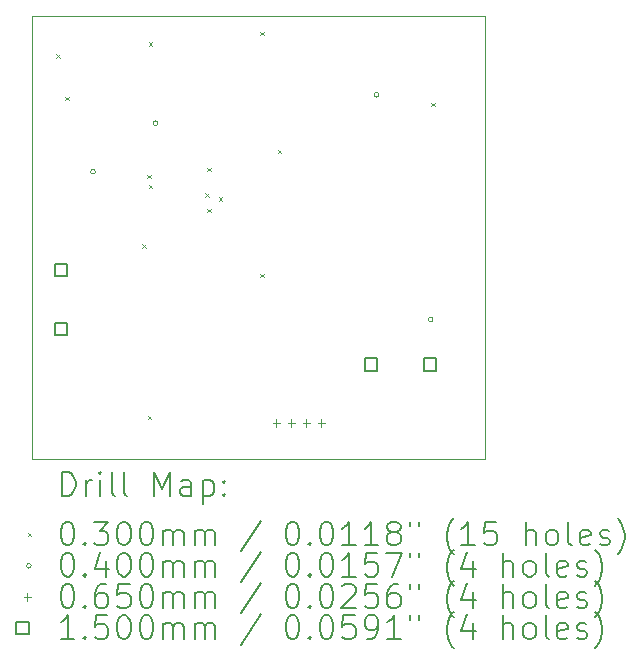
<source format=gbr>
%TF.GenerationSoftware,KiCad,Pcbnew,9.0.0*%
%TF.CreationDate,2025-03-07T10:17:41+01:00*%
%TF.ProjectId,converter1A,636f6e76-6572-4746-9572-31412e6b6963,rev?*%
%TF.SameCoordinates,Original*%
%TF.FileFunction,Drillmap*%
%TF.FilePolarity,Positive*%
%FSLAX45Y45*%
G04 Gerber Fmt 4.5, Leading zero omitted, Abs format (unit mm)*
G04 Created by KiCad (PCBNEW 9.0.0) date 2025-03-07 10:17:41*
%MOMM*%
%LPD*%
G01*
G04 APERTURE LIST*
%ADD10C,0.050000*%
%ADD11C,0.200000*%
%ADD12C,0.100000*%
%ADD13C,0.150000*%
G04 APERTURE END LIST*
D10*
X16400000Y-7400000D02*
X20235000Y-7400000D01*
X20235000Y-11150000D01*
X16400000Y-11150000D01*
X16400000Y-7400000D01*
D11*
D12*
X16611000Y-7727000D02*
X16641000Y-7757000D01*
X16641000Y-7727000D02*
X16611000Y-7757000D01*
X16685000Y-8085000D02*
X16715000Y-8115000D01*
X16715000Y-8085000D02*
X16685000Y-8115000D01*
X17335000Y-9335000D02*
X17365000Y-9365000D01*
X17365000Y-9335000D02*
X17335000Y-9365000D01*
X17379157Y-8745000D02*
X17409157Y-8775000D01*
X17409157Y-8745000D02*
X17379157Y-8775000D01*
X17385000Y-10785000D02*
X17415000Y-10815000D01*
X17415000Y-10785000D02*
X17385000Y-10815000D01*
X17391569Y-8828431D02*
X17421569Y-8858431D01*
X17421569Y-8828431D02*
X17391569Y-8858431D01*
X17393000Y-7622000D02*
X17423000Y-7652000D01*
X17423000Y-7622000D02*
X17393000Y-7652000D01*
X17871758Y-8900000D02*
X17901758Y-8930000D01*
X17901758Y-8900000D02*
X17871758Y-8930000D01*
X17885000Y-8685000D02*
X17915000Y-8715000D01*
X17915000Y-8685000D02*
X17885000Y-8715000D01*
X17885000Y-9035000D02*
X17915000Y-9065000D01*
X17915000Y-9035000D02*
X17885000Y-9065000D01*
X17985000Y-8935000D02*
X18015000Y-8965000D01*
X18015000Y-8935000D02*
X17985000Y-8965000D01*
X18335000Y-7535000D02*
X18365000Y-7565000D01*
X18365000Y-7535000D02*
X18335000Y-7565000D01*
X18335000Y-9585000D02*
X18365000Y-9615000D01*
X18365000Y-9585000D02*
X18335000Y-9615000D01*
X18485000Y-8535000D02*
X18515000Y-8565000D01*
X18515000Y-8535000D02*
X18485000Y-8565000D01*
X19785000Y-8135000D02*
X19815000Y-8165000D01*
X19815000Y-8135000D02*
X19785000Y-8165000D01*
X16940000Y-8720000D02*
G75*
G02*
X16900000Y-8720000I-20000J0D01*
G01*
X16900000Y-8720000D02*
G75*
G02*
X16940000Y-8720000I20000J0D01*
G01*
X17470000Y-8310000D02*
G75*
G02*
X17430000Y-8310000I-20000J0D01*
G01*
X17430000Y-8310000D02*
G75*
G02*
X17470000Y-8310000I20000J0D01*
G01*
X19340000Y-8070000D02*
G75*
G02*
X19300000Y-8070000I-20000J0D01*
G01*
X19300000Y-8070000D02*
G75*
G02*
X19340000Y-8070000I20000J0D01*
G01*
X19798500Y-9971500D02*
G75*
G02*
X19758500Y-9971500I-20000J0D01*
G01*
X19758500Y-9971500D02*
G75*
G02*
X19798500Y-9971500I20000J0D01*
G01*
X18473000Y-10817500D02*
X18473000Y-10882500D01*
X18440500Y-10850000D02*
X18505500Y-10850000D01*
X18600000Y-10817500D02*
X18600000Y-10882500D01*
X18567500Y-10850000D02*
X18632500Y-10850000D01*
X18727000Y-10817500D02*
X18727000Y-10882500D01*
X18694500Y-10850000D02*
X18759500Y-10850000D01*
X18854000Y-10817500D02*
X18854000Y-10882500D01*
X18821500Y-10850000D02*
X18886500Y-10850000D01*
D13*
X16703033Y-9605534D02*
X16703033Y-9499467D01*
X16596966Y-9499467D01*
X16596966Y-9605534D01*
X16703033Y-9605534D01*
X16703033Y-10105534D02*
X16703033Y-9999467D01*
X16596966Y-9999467D01*
X16596966Y-10105534D01*
X16703033Y-10105534D01*
X19327034Y-10407034D02*
X19327034Y-10300967D01*
X19220967Y-10300967D01*
X19220967Y-10407034D01*
X19327034Y-10407034D01*
X19827034Y-10407034D02*
X19827034Y-10300967D01*
X19720967Y-10300967D01*
X19720967Y-10407034D01*
X19827034Y-10407034D01*
D11*
X16658277Y-11463984D02*
X16658277Y-11263984D01*
X16658277Y-11263984D02*
X16705896Y-11263984D01*
X16705896Y-11263984D02*
X16734467Y-11273508D01*
X16734467Y-11273508D02*
X16753515Y-11292555D01*
X16753515Y-11292555D02*
X16763039Y-11311603D01*
X16763039Y-11311603D02*
X16772562Y-11349698D01*
X16772562Y-11349698D02*
X16772562Y-11378269D01*
X16772562Y-11378269D02*
X16763039Y-11416365D01*
X16763039Y-11416365D02*
X16753515Y-11435412D01*
X16753515Y-11435412D02*
X16734467Y-11454460D01*
X16734467Y-11454460D02*
X16705896Y-11463984D01*
X16705896Y-11463984D02*
X16658277Y-11463984D01*
X16858277Y-11463984D02*
X16858277Y-11330650D01*
X16858277Y-11368746D02*
X16867801Y-11349698D01*
X16867801Y-11349698D02*
X16877324Y-11340174D01*
X16877324Y-11340174D02*
X16896372Y-11330650D01*
X16896372Y-11330650D02*
X16915420Y-11330650D01*
X16982086Y-11463984D02*
X16982086Y-11330650D01*
X16982086Y-11263984D02*
X16972563Y-11273508D01*
X16972563Y-11273508D02*
X16982086Y-11283031D01*
X16982086Y-11283031D02*
X16991610Y-11273508D01*
X16991610Y-11273508D02*
X16982086Y-11263984D01*
X16982086Y-11263984D02*
X16982086Y-11283031D01*
X17105896Y-11463984D02*
X17086848Y-11454460D01*
X17086848Y-11454460D02*
X17077324Y-11435412D01*
X17077324Y-11435412D02*
X17077324Y-11263984D01*
X17210658Y-11463984D02*
X17191610Y-11454460D01*
X17191610Y-11454460D02*
X17182086Y-11435412D01*
X17182086Y-11435412D02*
X17182086Y-11263984D01*
X17439229Y-11463984D02*
X17439229Y-11263984D01*
X17439229Y-11263984D02*
X17505896Y-11406841D01*
X17505896Y-11406841D02*
X17572563Y-11263984D01*
X17572563Y-11263984D02*
X17572563Y-11463984D01*
X17753515Y-11463984D02*
X17753515Y-11359222D01*
X17753515Y-11359222D02*
X17743991Y-11340174D01*
X17743991Y-11340174D02*
X17724944Y-11330650D01*
X17724944Y-11330650D02*
X17686848Y-11330650D01*
X17686848Y-11330650D02*
X17667801Y-11340174D01*
X17753515Y-11454460D02*
X17734467Y-11463984D01*
X17734467Y-11463984D02*
X17686848Y-11463984D01*
X17686848Y-11463984D02*
X17667801Y-11454460D01*
X17667801Y-11454460D02*
X17658277Y-11435412D01*
X17658277Y-11435412D02*
X17658277Y-11416365D01*
X17658277Y-11416365D02*
X17667801Y-11397317D01*
X17667801Y-11397317D02*
X17686848Y-11387793D01*
X17686848Y-11387793D02*
X17734467Y-11387793D01*
X17734467Y-11387793D02*
X17753515Y-11378269D01*
X17848753Y-11330650D02*
X17848753Y-11530650D01*
X17848753Y-11340174D02*
X17867801Y-11330650D01*
X17867801Y-11330650D02*
X17905896Y-11330650D01*
X17905896Y-11330650D02*
X17924944Y-11340174D01*
X17924944Y-11340174D02*
X17934467Y-11349698D01*
X17934467Y-11349698D02*
X17943991Y-11368746D01*
X17943991Y-11368746D02*
X17943991Y-11425888D01*
X17943991Y-11425888D02*
X17934467Y-11444936D01*
X17934467Y-11444936D02*
X17924944Y-11454460D01*
X17924944Y-11454460D02*
X17905896Y-11463984D01*
X17905896Y-11463984D02*
X17867801Y-11463984D01*
X17867801Y-11463984D02*
X17848753Y-11454460D01*
X18029705Y-11444936D02*
X18039229Y-11454460D01*
X18039229Y-11454460D02*
X18029705Y-11463984D01*
X18029705Y-11463984D02*
X18020182Y-11454460D01*
X18020182Y-11454460D02*
X18029705Y-11444936D01*
X18029705Y-11444936D02*
X18029705Y-11463984D01*
X18029705Y-11340174D02*
X18039229Y-11349698D01*
X18039229Y-11349698D02*
X18029705Y-11359222D01*
X18029705Y-11359222D02*
X18020182Y-11349698D01*
X18020182Y-11349698D02*
X18029705Y-11340174D01*
X18029705Y-11340174D02*
X18029705Y-11359222D01*
D12*
X16367500Y-11777500D02*
X16397500Y-11807500D01*
X16397500Y-11777500D02*
X16367500Y-11807500D01*
D11*
X16696372Y-11683984D02*
X16715420Y-11683984D01*
X16715420Y-11683984D02*
X16734467Y-11693508D01*
X16734467Y-11693508D02*
X16743991Y-11703031D01*
X16743991Y-11703031D02*
X16753515Y-11722079D01*
X16753515Y-11722079D02*
X16763039Y-11760174D01*
X16763039Y-11760174D02*
X16763039Y-11807793D01*
X16763039Y-11807793D02*
X16753515Y-11845888D01*
X16753515Y-11845888D02*
X16743991Y-11864936D01*
X16743991Y-11864936D02*
X16734467Y-11874460D01*
X16734467Y-11874460D02*
X16715420Y-11883984D01*
X16715420Y-11883984D02*
X16696372Y-11883984D01*
X16696372Y-11883984D02*
X16677324Y-11874460D01*
X16677324Y-11874460D02*
X16667801Y-11864936D01*
X16667801Y-11864936D02*
X16658277Y-11845888D01*
X16658277Y-11845888D02*
X16648753Y-11807793D01*
X16648753Y-11807793D02*
X16648753Y-11760174D01*
X16648753Y-11760174D02*
X16658277Y-11722079D01*
X16658277Y-11722079D02*
X16667801Y-11703031D01*
X16667801Y-11703031D02*
X16677324Y-11693508D01*
X16677324Y-11693508D02*
X16696372Y-11683984D01*
X16848753Y-11864936D02*
X16858277Y-11874460D01*
X16858277Y-11874460D02*
X16848753Y-11883984D01*
X16848753Y-11883984D02*
X16839229Y-11874460D01*
X16839229Y-11874460D02*
X16848753Y-11864936D01*
X16848753Y-11864936D02*
X16848753Y-11883984D01*
X16924944Y-11683984D02*
X17048753Y-11683984D01*
X17048753Y-11683984D02*
X16982086Y-11760174D01*
X16982086Y-11760174D02*
X17010658Y-11760174D01*
X17010658Y-11760174D02*
X17029705Y-11769698D01*
X17029705Y-11769698D02*
X17039229Y-11779222D01*
X17039229Y-11779222D02*
X17048753Y-11798269D01*
X17048753Y-11798269D02*
X17048753Y-11845888D01*
X17048753Y-11845888D02*
X17039229Y-11864936D01*
X17039229Y-11864936D02*
X17029705Y-11874460D01*
X17029705Y-11874460D02*
X17010658Y-11883984D01*
X17010658Y-11883984D02*
X16953515Y-11883984D01*
X16953515Y-11883984D02*
X16934467Y-11874460D01*
X16934467Y-11874460D02*
X16924944Y-11864936D01*
X17172563Y-11683984D02*
X17191610Y-11683984D01*
X17191610Y-11683984D02*
X17210658Y-11693508D01*
X17210658Y-11693508D02*
X17220182Y-11703031D01*
X17220182Y-11703031D02*
X17229705Y-11722079D01*
X17229705Y-11722079D02*
X17239229Y-11760174D01*
X17239229Y-11760174D02*
X17239229Y-11807793D01*
X17239229Y-11807793D02*
X17229705Y-11845888D01*
X17229705Y-11845888D02*
X17220182Y-11864936D01*
X17220182Y-11864936D02*
X17210658Y-11874460D01*
X17210658Y-11874460D02*
X17191610Y-11883984D01*
X17191610Y-11883984D02*
X17172563Y-11883984D01*
X17172563Y-11883984D02*
X17153515Y-11874460D01*
X17153515Y-11874460D02*
X17143991Y-11864936D01*
X17143991Y-11864936D02*
X17134467Y-11845888D01*
X17134467Y-11845888D02*
X17124944Y-11807793D01*
X17124944Y-11807793D02*
X17124944Y-11760174D01*
X17124944Y-11760174D02*
X17134467Y-11722079D01*
X17134467Y-11722079D02*
X17143991Y-11703031D01*
X17143991Y-11703031D02*
X17153515Y-11693508D01*
X17153515Y-11693508D02*
X17172563Y-11683984D01*
X17363039Y-11683984D02*
X17382086Y-11683984D01*
X17382086Y-11683984D02*
X17401134Y-11693508D01*
X17401134Y-11693508D02*
X17410658Y-11703031D01*
X17410658Y-11703031D02*
X17420182Y-11722079D01*
X17420182Y-11722079D02*
X17429705Y-11760174D01*
X17429705Y-11760174D02*
X17429705Y-11807793D01*
X17429705Y-11807793D02*
X17420182Y-11845888D01*
X17420182Y-11845888D02*
X17410658Y-11864936D01*
X17410658Y-11864936D02*
X17401134Y-11874460D01*
X17401134Y-11874460D02*
X17382086Y-11883984D01*
X17382086Y-11883984D02*
X17363039Y-11883984D01*
X17363039Y-11883984D02*
X17343991Y-11874460D01*
X17343991Y-11874460D02*
X17334467Y-11864936D01*
X17334467Y-11864936D02*
X17324944Y-11845888D01*
X17324944Y-11845888D02*
X17315420Y-11807793D01*
X17315420Y-11807793D02*
X17315420Y-11760174D01*
X17315420Y-11760174D02*
X17324944Y-11722079D01*
X17324944Y-11722079D02*
X17334467Y-11703031D01*
X17334467Y-11703031D02*
X17343991Y-11693508D01*
X17343991Y-11693508D02*
X17363039Y-11683984D01*
X17515420Y-11883984D02*
X17515420Y-11750650D01*
X17515420Y-11769698D02*
X17524944Y-11760174D01*
X17524944Y-11760174D02*
X17543991Y-11750650D01*
X17543991Y-11750650D02*
X17572563Y-11750650D01*
X17572563Y-11750650D02*
X17591610Y-11760174D01*
X17591610Y-11760174D02*
X17601134Y-11779222D01*
X17601134Y-11779222D02*
X17601134Y-11883984D01*
X17601134Y-11779222D02*
X17610658Y-11760174D01*
X17610658Y-11760174D02*
X17629705Y-11750650D01*
X17629705Y-11750650D02*
X17658277Y-11750650D01*
X17658277Y-11750650D02*
X17677325Y-11760174D01*
X17677325Y-11760174D02*
X17686848Y-11779222D01*
X17686848Y-11779222D02*
X17686848Y-11883984D01*
X17782086Y-11883984D02*
X17782086Y-11750650D01*
X17782086Y-11769698D02*
X17791610Y-11760174D01*
X17791610Y-11760174D02*
X17810658Y-11750650D01*
X17810658Y-11750650D02*
X17839229Y-11750650D01*
X17839229Y-11750650D02*
X17858277Y-11760174D01*
X17858277Y-11760174D02*
X17867801Y-11779222D01*
X17867801Y-11779222D02*
X17867801Y-11883984D01*
X17867801Y-11779222D02*
X17877325Y-11760174D01*
X17877325Y-11760174D02*
X17896372Y-11750650D01*
X17896372Y-11750650D02*
X17924944Y-11750650D01*
X17924944Y-11750650D02*
X17943991Y-11760174D01*
X17943991Y-11760174D02*
X17953515Y-11779222D01*
X17953515Y-11779222D02*
X17953515Y-11883984D01*
X18343991Y-11674460D02*
X18172563Y-11931603D01*
X18601134Y-11683984D02*
X18620182Y-11683984D01*
X18620182Y-11683984D02*
X18639229Y-11693508D01*
X18639229Y-11693508D02*
X18648753Y-11703031D01*
X18648753Y-11703031D02*
X18658277Y-11722079D01*
X18658277Y-11722079D02*
X18667801Y-11760174D01*
X18667801Y-11760174D02*
X18667801Y-11807793D01*
X18667801Y-11807793D02*
X18658277Y-11845888D01*
X18658277Y-11845888D02*
X18648753Y-11864936D01*
X18648753Y-11864936D02*
X18639229Y-11874460D01*
X18639229Y-11874460D02*
X18620182Y-11883984D01*
X18620182Y-11883984D02*
X18601134Y-11883984D01*
X18601134Y-11883984D02*
X18582087Y-11874460D01*
X18582087Y-11874460D02*
X18572563Y-11864936D01*
X18572563Y-11864936D02*
X18563039Y-11845888D01*
X18563039Y-11845888D02*
X18553515Y-11807793D01*
X18553515Y-11807793D02*
X18553515Y-11760174D01*
X18553515Y-11760174D02*
X18563039Y-11722079D01*
X18563039Y-11722079D02*
X18572563Y-11703031D01*
X18572563Y-11703031D02*
X18582087Y-11693508D01*
X18582087Y-11693508D02*
X18601134Y-11683984D01*
X18753515Y-11864936D02*
X18763039Y-11874460D01*
X18763039Y-11874460D02*
X18753515Y-11883984D01*
X18753515Y-11883984D02*
X18743991Y-11874460D01*
X18743991Y-11874460D02*
X18753515Y-11864936D01*
X18753515Y-11864936D02*
X18753515Y-11883984D01*
X18886848Y-11683984D02*
X18905896Y-11683984D01*
X18905896Y-11683984D02*
X18924944Y-11693508D01*
X18924944Y-11693508D02*
X18934468Y-11703031D01*
X18934468Y-11703031D02*
X18943991Y-11722079D01*
X18943991Y-11722079D02*
X18953515Y-11760174D01*
X18953515Y-11760174D02*
X18953515Y-11807793D01*
X18953515Y-11807793D02*
X18943991Y-11845888D01*
X18943991Y-11845888D02*
X18934468Y-11864936D01*
X18934468Y-11864936D02*
X18924944Y-11874460D01*
X18924944Y-11874460D02*
X18905896Y-11883984D01*
X18905896Y-11883984D02*
X18886848Y-11883984D01*
X18886848Y-11883984D02*
X18867801Y-11874460D01*
X18867801Y-11874460D02*
X18858277Y-11864936D01*
X18858277Y-11864936D02*
X18848753Y-11845888D01*
X18848753Y-11845888D02*
X18839229Y-11807793D01*
X18839229Y-11807793D02*
X18839229Y-11760174D01*
X18839229Y-11760174D02*
X18848753Y-11722079D01*
X18848753Y-11722079D02*
X18858277Y-11703031D01*
X18858277Y-11703031D02*
X18867801Y-11693508D01*
X18867801Y-11693508D02*
X18886848Y-11683984D01*
X19143991Y-11883984D02*
X19029706Y-11883984D01*
X19086848Y-11883984D02*
X19086848Y-11683984D01*
X19086848Y-11683984D02*
X19067801Y-11712555D01*
X19067801Y-11712555D02*
X19048753Y-11731603D01*
X19048753Y-11731603D02*
X19029706Y-11741127D01*
X19334468Y-11883984D02*
X19220182Y-11883984D01*
X19277325Y-11883984D02*
X19277325Y-11683984D01*
X19277325Y-11683984D02*
X19258277Y-11712555D01*
X19258277Y-11712555D02*
X19239229Y-11731603D01*
X19239229Y-11731603D02*
X19220182Y-11741127D01*
X19448753Y-11769698D02*
X19429706Y-11760174D01*
X19429706Y-11760174D02*
X19420182Y-11750650D01*
X19420182Y-11750650D02*
X19410658Y-11731603D01*
X19410658Y-11731603D02*
X19410658Y-11722079D01*
X19410658Y-11722079D02*
X19420182Y-11703031D01*
X19420182Y-11703031D02*
X19429706Y-11693508D01*
X19429706Y-11693508D02*
X19448753Y-11683984D01*
X19448753Y-11683984D02*
X19486849Y-11683984D01*
X19486849Y-11683984D02*
X19505896Y-11693508D01*
X19505896Y-11693508D02*
X19515420Y-11703031D01*
X19515420Y-11703031D02*
X19524944Y-11722079D01*
X19524944Y-11722079D02*
X19524944Y-11731603D01*
X19524944Y-11731603D02*
X19515420Y-11750650D01*
X19515420Y-11750650D02*
X19505896Y-11760174D01*
X19505896Y-11760174D02*
X19486849Y-11769698D01*
X19486849Y-11769698D02*
X19448753Y-11769698D01*
X19448753Y-11769698D02*
X19429706Y-11779222D01*
X19429706Y-11779222D02*
X19420182Y-11788746D01*
X19420182Y-11788746D02*
X19410658Y-11807793D01*
X19410658Y-11807793D02*
X19410658Y-11845888D01*
X19410658Y-11845888D02*
X19420182Y-11864936D01*
X19420182Y-11864936D02*
X19429706Y-11874460D01*
X19429706Y-11874460D02*
X19448753Y-11883984D01*
X19448753Y-11883984D02*
X19486849Y-11883984D01*
X19486849Y-11883984D02*
X19505896Y-11874460D01*
X19505896Y-11874460D02*
X19515420Y-11864936D01*
X19515420Y-11864936D02*
X19524944Y-11845888D01*
X19524944Y-11845888D02*
X19524944Y-11807793D01*
X19524944Y-11807793D02*
X19515420Y-11788746D01*
X19515420Y-11788746D02*
X19505896Y-11779222D01*
X19505896Y-11779222D02*
X19486849Y-11769698D01*
X19601134Y-11683984D02*
X19601134Y-11722079D01*
X19677325Y-11683984D02*
X19677325Y-11722079D01*
X19972563Y-11960174D02*
X19963039Y-11950650D01*
X19963039Y-11950650D02*
X19943991Y-11922079D01*
X19943991Y-11922079D02*
X19934468Y-11903031D01*
X19934468Y-11903031D02*
X19924944Y-11874460D01*
X19924944Y-11874460D02*
X19915420Y-11826841D01*
X19915420Y-11826841D02*
X19915420Y-11788746D01*
X19915420Y-11788746D02*
X19924944Y-11741127D01*
X19924944Y-11741127D02*
X19934468Y-11712555D01*
X19934468Y-11712555D02*
X19943991Y-11693508D01*
X19943991Y-11693508D02*
X19963039Y-11664936D01*
X19963039Y-11664936D02*
X19972563Y-11655412D01*
X20153515Y-11883984D02*
X20039230Y-11883984D01*
X20096372Y-11883984D02*
X20096372Y-11683984D01*
X20096372Y-11683984D02*
X20077325Y-11712555D01*
X20077325Y-11712555D02*
X20058277Y-11731603D01*
X20058277Y-11731603D02*
X20039230Y-11741127D01*
X20334468Y-11683984D02*
X20239230Y-11683984D01*
X20239230Y-11683984D02*
X20229706Y-11779222D01*
X20229706Y-11779222D02*
X20239230Y-11769698D01*
X20239230Y-11769698D02*
X20258277Y-11760174D01*
X20258277Y-11760174D02*
X20305896Y-11760174D01*
X20305896Y-11760174D02*
X20324944Y-11769698D01*
X20324944Y-11769698D02*
X20334468Y-11779222D01*
X20334468Y-11779222D02*
X20343991Y-11798269D01*
X20343991Y-11798269D02*
X20343991Y-11845888D01*
X20343991Y-11845888D02*
X20334468Y-11864936D01*
X20334468Y-11864936D02*
X20324944Y-11874460D01*
X20324944Y-11874460D02*
X20305896Y-11883984D01*
X20305896Y-11883984D02*
X20258277Y-11883984D01*
X20258277Y-11883984D02*
X20239230Y-11874460D01*
X20239230Y-11874460D02*
X20229706Y-11864936D01*
X20582087Y-11883984D02*
X20582087Y-11683984D01*
X20667801Y-11883984D02*
X20667801Y-11779222D01*
X20667801Y-11779222D02*
X20658277Y-11760174D01*
X20658277Y-11760174D02*
X20639230Y-11750650D01*
X20639230Y-11750650D02*
X20610658Y-11750650D01*
X20610658Y-11750650D02*
X20591611Y-11760174D01*
X20591611Y-11760174D02*
X20582087Y-11769698D01*
X20791611Y-11883984D02*
X20772563Y-11874460D01*
X20772563Y-11874460D02*
X20763039Y-11864936D01*
X20763039Y-11864936D02*
X20753515Y-11845888D01*
X20753515Y-11845888D02*
X20753515Y-11788746D01*
X20753515Y-11788746D02*
X20763039Y-11769698D01*
X20763039Y-11769698D02*
X20772563Y-11760174D01*
X20772563Y-11760174D02*
X20791611Y-11750650D01*
X20791611Y-11750650D02*
X20820182Y-11750650D01*
X20820182Y-11750650D02*
X20839230Y-11760174D01*
X20839230Y-11760174D02*
X20848753Y-11769698D01*
X20848753Y-11769698D02*
X20858277Y-11788746D01*
X20858277Y-11788746D02*
X20858277Y-11845888D01*
X20858277Y-11845888D02*
X20848753Y-11864936D01*
X20848753Y-11864936D02*
X20839230Y-11874460D01*
X20839230Y-11874460D02*
X20820182Y-11883984D01*
X20820182Y-11883984D02*
X20791611Y-11883984D01*
X20972563Y-11883984D02*
X20953515Y-11874460D01*
X20953515Y-11874460D02*
X20943992Y-11855412D01*
X20943992Y-11855412D02*
X20943992Y-11683984D01*
X21124944Y-11874460D02*
X21105896Y-11883984D01*
X21105896Y-11883984D02*
X21067801Y-11883984D01*
X21067801Y-11883984D02*
X21048753Y-11874460D01*
X21048753Y-11874460D02*
X21039230Y-11855412D01*
X21039230Y-11855412D02*
X21039230Y-11779222D01*
X21039230Y-11779222D02*
X21048753Y-11760174D01*
X21048753Y-11760174D02*
X21067801Y-11750650D01*
X21067801Y-11750650D02*
X21105896Y-11750650D01*
X21105896Y-11750650D02*
X21124944Y-11760174D01*
X21124944Y-11760174D02*
X21134468Y-11779222D01*
X21134468Y-11779222D02*
X21134468Y-11798269D01*
X21134468Y-11798269D02*
X21039230Y-11817317D01*
X21210658Y-11874460D02*
X21229706Y-11883984D01*
X21229706Y-11883984D02*
X21267801Y-11883984D01*
X21267801Y-11883984D02*
X21286849Y-11874460D01*
X21286849Y-11874460D02*
X21296373Y-11855412D01*
X21296373Y-11855412D02*
X21296373Y-11845888D01*
X21296373Y-11845888D02*
X21286849Y-11826841D01*
X21286849Y-11826841D02*
X21267801Y-11817317D01*
X21267801Y-11817317D02*
X21239230Y-11817317D01*
X21239230Y-11817317D02*
X21220182Y-11807793D01*
X21220182Y-11807793D02*
X21210658Y-11788746D01*
X21210658Y-11788746D02*
X21210658Y-11779222D01*
X21210658Y-11779222D02*
X21220182Y-11760174D01*
X21220182Y-11760174D02*
X21239230Y-11750650D01*
X21239230Y-11750650D02*
X21267801Y-11750650D01*
X21267801Y-11750650D02*
X21286849Y-11760174D01*
X21363039Y-11960174D02*
X21372563Y-11950650D01*
X21372563Y-11950650D02*
X21391611Y-11922079D01*
X21391611Y-11922079D02*
X21401134Y-11903031D01*
X21401134Y-11903031D02*
X21410658Y-11874460D01*
X21410658Y-11874460D02*
X21420182Y-11826841D01*
X21420182Y-11826841D02*
X21420182Y-11788746D01*
X21420182Y-11788746D02*
X21410658Y-11741127D01*
X21410658Y-11741127D02*
X21401134Y-11712555D01*
X21401134Y-11712555D02*
X21391611Y-11693508D01*
X21391611Y-11693508D02*
X21372563Y-11664936D01*
X21372563Y-11664936D02*
X21363039Y-11655412D01*
D12*
X16397500Y-12056500D02*
G75*
G02*
X16357500Y-12056500I-20000J0D01*
G01*
X16357500Y-12056500D02*
G75*
G02*
X16397500Y-12056500I20000J0D01*
G01*
D11*
X16696372Y-11947984D02*
X16715420Y-11947984D01*
X16715420Y-11947984D02*
X16734467Y-11957508D01*
X16734467Y-11957508D02*
X16743991Y-11967031D01*
X16743991Y-11967031D02*
X16753515Y-11986079D01*
X16753515Y-11986079D02*
X16763039Y-12024174D01*
X16763039Y-12024174D02*
X16763039Y-12071793D01*
X16763039Y-12071793D02*
X16753515Y-12109888D01*
X16753515Y-12109888D02*
X16743991Y-12128936D01*
X16743991Y-12128936D02*
X16734467Y-12138460D01*
X16734467Y-12138460D02*
X16715420Y-12147984D01*
X16715420Y-12147984D02*
X16696372Y-12147984D01*
X16696372Y-12147984D02*
X16677324Y-12138460D01*
X16677324Y-12138460D02*
X16667801Y-12128936D01*
X16667801Y-12128936D02*
X16658277Y-12109888D01*
X16658277Y-12109888D02*
X16648753Y-12071793D01*
X16648753Y-12071793D02*
X16648753Y-12024174D01*
X16648753Y-12024174D02*
X16658277Y-11986079D01*
X16658277Y-11986079D02*
X16667801Y-11967031D01*
X16667801Y-11967031D02*
X16677324Y-11957508D01*
X16677324Y-11957508D02*
X16696372Y-11947984D01*
X16848753Y-12128936D02*
X16858277Y-12138460D01*
X16858277Y-12138460D02*
X16848753Y-12147984D01*
X16848753Y-12147984D02*
X16839229Y-12138460D01*
X16839229Y-12138460D02*
X16848753Y-12128936D01*
X16848753Y-12128936D02*
X16848753Y-12147984D01*
X17029705Y-12014650D02*
X17029705Y-12147984D01*
X16982086Y-11938460D02*
X16934467Y-12081317D01*
X16934467Y-12081317D02*
X17058277Y-12081317D01*
X17172563Y-11947984D02*
X17191610Y-11947984D01*
X17191610Y-11947984D02*
X17210658Y-11957508D01*
X17210658Y-11957508D02*
X17220182Y-11967031D01*
X17220182Y-11967031D02*
X17229705Y-11986079D01*
X17229705Y-11986079D02*
X17239229Y-12024174D01*
X17239229Y-12024174D02*
X17239229Y-12071793D01*
X17239229Y-12071793D02*
X17229705Y-12109888D01*
X17229705Y-12109888D02*
X17220182Y-12128936D01*
X17220182Y-12128936D02*
X17210658Y-12138460D01*
X17210658Y-12138460D02*
X17191610Y-12147984D01*
X17191610Y-12147984D02*
X17172563Y-12147984D01*
X17172563Y-12147984D02*
X17153515Y-12138460D01*
X17153515Y-12138460D02*
X17143991Y-12128936D01*
X17143991Y-12128936D02*
X17134467Y-12109888D01*
X17134467Y-12109888D02*
X17124944Y-12071793D01*
X17124944Y-12071793D02*
X17124944Y-12024174D01*
X17124944Y-12024174D02*
X17134467Y-11986079D01*
X17134467Y-11986079D02*
X17143991Y-11967031D01*
X17143991Y-11967031D02*
X17153515Y-11957508D01*
X17153515Y-11957508D02*
X17172563Y-11947984D01*
X17363039Y-11947984D02*
X17382086Y-11947984D01*
X17382086Y-11947984D02*
X17401134Y-11957508D01*
X17401134Y-11957508D02*
X17410658Y-11967031D01*
X17410658Y-11967031D02*
X17420182Y-11986079D01*
X17420182Y-11986079D02*
X17429705Y-12024174D01*
X17429705Y-12024174D02*
X17429705Y-12071793D01*
X17429705Y-12071793D02*
X17420182Y-12109888D01*
X17420182Y-12109888D02*
X17410658Y-12128936D01*
X17410658Y-12128936D02*
X17401134Y-12138460D01*
X17401134Y-12138460D02*
X17382086Y-12147984D01*
X17382086Y-12147984D02*
X17363039Y-12147984D01*
X17363039Y-12147984D02*
X17343991Y-12138460D01*
X17343991Y-12138460D02*
X17334467Y-12128936D01*
X17334467Y-12128936D02*
X17324944Y-12109888D01*
X17324944Y-12109888D02*
X17315420Y-12071793D01*
X17315420Y-12071793D02*
X17315420Y-12024174D01*
X17315420Y-12024174D02*
X17324944Y-11986079D01*
X17324944Y-11986079D02*
X17334467Y-11967031D01*
X17334467Y-11967031D02*
X17343991Y-11957508D01*
X17343991Y-11957508D02*
X17363039Y-11947984D01*
X17515420Y-12147984D02*
X17515420Y-12014650D01*
X17515420Y-12033698D02*
X17524944Y-12024174D01*
X17524944Y-12024174D02*
X17543991Y-12014650D01*
X17543991Y-12014650D02*
X17572563Y-12014650D01*
X17572563Y-12014650D02*
X17591610Y-12024174D01*
X17591610Y-12024174D02*
X17601134Y-12043222D01*
X17601134Y-12043222D02*
X17601134Y-12147984D01*
X17601134Y-12043222D02*
X17610658Y-12024174D01*
X17610658Y-12024174D02*
X17629705Y-12014650D01*
X17629705Y-12014650D02*
X17658277Y-12014650D01*
X17658277Y-12014650D02*
X17677325Y-12024174D01*
X17677325Y-12024174D02*
X17686848Y-12043222D01*
X17686848Y-12043222D02*
X17686848Y-12147984D01*
X17782086Y-12147984D02*
X17782086Y-12014650D01*
X17782086Y-12033698D02*
X17791610Y-12024174D01*
X17791610Y-12024174D02*
X17810658Y-12014650D01*
X17810658Y-12014650D02*
X17839229Y-12014650D01*
X17839229Y-12014650D02*
X17858277Y-12024174D01*
X17858277Y-12024174D02*
X17867801Y-12043222D01*
X17867801Y-12043222D02*
X17867801Y-12147984D01*
X17867801Y-12043222D02*
X17877325Y-12024174D01*
X17877325Y-12024174D02*
X17896372Y-12014650D01*
X17896372Y-12014650D02*
X17924944Y-12014650D01*
X17924944Y-12014650D02*
X17943991Y-12024174D01*
X17943991Y-12024174D02*
X17953515Y-12043222D01*
X17953515Y-12043222D02*
X17953515Y-12147984D01*
X18343991Y-11938460D02*
X18172563Y-12195603D01*
X18601134Y-11947984D02*
X18620182Y-11947984D01*
X18620182Y-11947984D02*
X18639229Y-11957508D01*
X18639229Y-11957508D02*
X18648753Y-11967031D01*
X18648753Y-11967031D02*
X18658277Y-11986079D01*
X18658277Y-11986079D02*
X18667801Y-12024174D01*
X18667801Y-12024174D02*
X18667801Y-12071793D01*
X18667801Y-12071793D02*
X18658277Y-12109888D01*
X18658277Y-12109888D02*
X18648753Y-12128936D01*
X18648753Y-12128936D02*
X18639229Y-12138460D01*
X18639229Y-12138460D02*
X18620182Y-12147984D01*
X18620182Y-12147984D02*
X18601134Y-12147984D01*
X18601134Y-12147984D02*
X18582087Y-12138460D01*
X18582087Y-12138460D02*
X18572563Y-12128936D01*
X18572563Y-12128936D02*
X18563039Y-12109888D01*
X18563039Y-12109888D02*
X18553515Y-12071793D01*
X18553515Y-12071793D02*
X18553515Y-12024174D01*
X18553515Y-12024174D02*
X18563039Y-11986079D01*
X18563039Y-11986079D02*
X18572563Y-11967031D01*
X18572563Y-11967031D02*
X18582087Y-11957508D01*
X18582087Y-11957508D02*
X18601134Y-11947984D01*
X18753515Y-12128936D02*
X18763039Y-12138460D01*
X18763039Y-12138460D02*
X18753515Y-12147984D01*
X18753515Y-12147984D02*
X18743991Y-12138460D01*
X18743991Y-12138460D02*
X18753515Y-12128936D01*
X18753515Y-12128936D02*
X18753515Y-12147984D01*
X18886848Y-11947984D02*
X18905896Y-11947984D01*
X18905896Y-11947984D02*
X18924944Y-11957508D01*
X18924944Y-11957508D02*
X18934468Y-11967031D01*
X18934468Y-11967031D02*
X18943991Y-11986079D01*
X18943991Y-11986079D02*
X18953515Y-12024174D01*
X18953515Y-12024174D02*
X18953515Y-12071793D01*
X18953515Y-12071793D02*
X18943991Y-12109888D01*
X18943991Y-12109888D02*
X18934468Y-12128936D01*
X18934468Y-12128936D02*
X18924944Y-12138460D01*
X18924944Y-12138460D02*
X18905896Y-12147984D01*
X18905896Y-12147984D02*
X18886848Y-12147984D01*
X18886848Y-12147984D02*
X18867801Y-12138460D01*
X18867801Y-12138460D02*
X18858277Y-12128936D01*
X18858277Y-12128936D02*
X18848753Y-12109888D01*
X18848753Y-12109888D02*
X18839229Y-12071793D01*
X18839229Y-12071793D02*
X18839229Y-12024174D01*
X18839229Y-12024174D02*
X18848753Y-11986079D01*
X18848753Y-11986079D02*
X18858277Y-11967031D01*
X18858277Y-11967031D02*
X18867801Y-11957508D01*
X18867801Y-11957508D02*
X18886848Y-11947984D01*
X19143991Y-12147984D02*
X19029706Y-12147984D01*
X19086848Y-12147984D02*
X19086848Y-11947984D01*
X19086848Y-11947984D02*
X19067801Y-11976555D01*
X19067801Y-11976555D02*
X19048753Y-11995603D01*
X19048753Y-11995603D02*
X19029706Y-12005127D01*
X19324944Y-11947984D02*
X19229706Y-11947984D01*
X19229706Y-11947984D02*
X19220182Y-12043222D01*
X19220182Y-12043222D02*
X19229706Y-12033698D01*
X19229706Y-12033698D02*
X19248753Y-12024174D01*
X19248753Y-12024174D02*
X19296372Y-12024174D01*
X19296372Y-12024174D02*
X19315420Y-12033698D01*
X19315420Y-12033698D02*
X19324944Y-12043222D01*
X19324944Y-12043222D02*
X19334468Y-12062269D01*
X19334468Y-12062269D02*
X19334468Y-12109888D01*
X19334468Y-12109888D02*
X19324944Y-12128936D01*
X19324944Y-12128936D02*
X19315420Y-12138460D01*
X19315420Y-12138460D02*
X19296372Y-12147984D01*
X19296372Y-12147984D02*
X19248753Y-12147984D01*
X19248753Y-12147984D02*
X19229706Y-12138460D01*
X19229706Y-12138460D02*
X19220182Y-12128936D01*
X19401134Y-11947984D02*
X19534468Y-11947984D01*
X19534468Y-11947984D02*
X19448753Y-12147984D01*
X19601134Y-11947984D02*
X19601134Y-11986079D01*
X19677325Y-11947984D02*
X19677325Y-11986079D01*
X19972563Y-12224174D02*
X19963039Y-12214650D01*
X19963039Y-12214650D02*
X19943991Y-12186079D01*
X19943991Y-12186079D02*
X19934468Y-12167031D01*
X19934468Y-12167031D02*
X19924944Y-12138460D01*
X19924944Y-12138460D02*
X19915420Y-12090841D01*
X19915420Y-12090841D02*
X19915420Y-12052746D01*
X19915420Y-12052746D02*
X19924944Y-12005127D01*
X19924944Y-12005127D02*
X19934468Y-11976555D01*
X19934468Y-11976555D02*
X19943991Y-11957508D01*
X19943991Y-11957508D02*
X19963039Y-11928936D01*
X19963039Y-11928936D02*
X19972563Y-11919412D01*
X20134468Y-12014650D02*
X20134468Y-12147984D01*
X20086849Y-11938460D02*
X20039230Y-12081317D01*
X20039230Y-12081317D02*
X20163039Y-12081317D01*
X20391611Y-12147984D02*
X20391611Y-11947984D01*
X20477325Y-12147984D02*
X20477325Y-12043222D01*
X20477325Y-12043222D02*
X20467801Y-12024174D01*
X20467801Y-12024174D02*
X20448753Y-12014650D01*
X20448753Y-12014650D02*
X20420182Y-12014650D01*
X20420182Y-12014650D02*
X20401134Y-12024174D01*
X20401134Y-12024174D02*
X20391611Y-12033698D01*
X20601134Y-12147984D02*
X20582087Y-12138460D01*
X20582087Y-12138460D02*
X20572563Y-12128936D01*
X20572563Y-12128936D02*
X20563039Y-12109888D01*
X20563039Y-12109888D02*
X20563039Y-12052746D01*
X20563039Y-12052746D02*
X20572563Y-12033698D01*
X20572563Y-12033698D02*
X20582087Y-12024174D01*
X20582087Y-12024174D02*
X20601134Y-12014650D01*
X20601134Y-12014650D02*
X20629706Y-12014650D01*
X20629706Y-12014650D02*
X20648753Y-12024174D01*
X20648753Y-12024174D02*
X20658277Y-12033698D01*
X20658277Y-12033698D02*
X20667801Y-12052746D01*
X20667801Y-12052746D02*
X20667801Y-12109888D01*
X20667801Y-12109888D02*
X20658277Y-12128936D01*
X20658277Y-12128936D02*
X20648753Y-12138460D01*
X20648753Y-12138460D02*
X20629706Y-12147984D01*
X20629706Y-12147984D02*
X20601134Y-12147984D01*
X20782087Y-12147984D02*
X20763039Y-12138460D01*
X20763039Y-12138460D02*
X20753515Y-12119412D01*
X20753515Y-12119412D02*
X20753515Y-11947984D01*
X20934468Y-12138460D02*
X20915420Y-12147984D01*
X20915420Y-12147984D02*
X20877325Y-12147984D01*
X20877325Y-12147984D02*
X20858277Y-12138460D01*
X20858277Y-12138460D02*
X20848753Y-12119412D01*
X20848753Y-12119412D02*
X20848753Y-12043222D01*
X20848753Y-12043222D02*
X20858277Y-12024174D01*
X20858277Y-12024174D02*
X20877325Y-12014650D01*
X20877325Y-12014650D02*
X20915420Y-12014650D01*
X20915420Y-12014650D02*
X20934468Y-12024174D01*
X20934468Y-12024174D02*
X20943992Y-12043222D01*
X20943992Y-12043222D02*
X20943992Y-12062269D01*
X20943992Y-12062269D02*
X20848753Y-12081317D01*
X21020182Y-12138460D02*
X21039230Y-12147984D01*
X21039230Y-12147984D02*
X21077325Y-12147984D01*
X21077325Y-12147984D02*
X21096373Y-12138460D01*
X21096373Y-12138460D02*
X21105896Y-12119412D01*
X21105896Y-12119412D02*
X21105896Y-12109888D01*
X21105896Y-12109888D02*
X21096373Y-12090841D01*
X21096373Y-12090841D02*
X21077325Y-12081317D01*
X21077325Y-12081317D02*
X21048753Y-12081317D01*
X21048753Y-12081317D02*
X21029706Y-12071793D01*
X21029706Y-12071793D02*
X21020182Y-12052746D01*
X21020182Y-12052746D02*
X21020182Y-12043222D01*
X21020182Y-12043222D02*
X21029706Y-12024174D01*
X21029706Y-12024174D02*
X21048753Y-12014650D01*
X21048753Y-12014650D02*
X21077325Y-12014650D01*
X21077325Y-12014650D02*
X21096373Y-12024174D01*
X21172563Y-12224174D02*
X21182087Y-12214650D01*
X21182087Y-12214650D02*
X21201134Y-12186079D01*
X21201134Y-12186079D02*
X21210658Y-12167031D01*
X21210658Y-12167031D02*
X21220182Y-12138460D01*
X21220182Y-12138460D02*
X21229706Y-12090841D01*
X21229706Y-12090841D02*
X21229706Y-12052746D01*
X21229706Y-12052746D02*
X21220182Y-12005127D01*
X21220182Y-12005127D02*
X21210658Y-11976555D01*
X21210658Y-11976555D02*
X21201134Y-11957508D01*
X21201134Y-11957508D02*
X21182087Y-11928936D01*
X21182087Y-11928936D02*
X21172563Y-11919412D01*
D12*
X16365000Y-12288000D02*
X16365000Y-12353000D01*
X16332500Y-12320500D02*
X16397500Y-12320500D01*
D11*
X16696372Y-12211984D02*
X16715420Y-12211984D01*
X16715420Y-12211984D02*
X16734467Y-12221508D01*
X16734467Y-12221508D02*
X16743991Y-12231031D01*
X16743991Y-12231031D02*
X16753515Y-12250079D01*
X16753515Y-12250079D02*
X16763039Y-12288174D01*
X16763039Y-12288174D02*
X16763039Y-12335793D01*
X16763039Y-12335793D02*
X16753515Y-12373888D01*
X16753515Y-12373888D02*
X16743991Y-12392936D01*
X16743991Y-12392936D02*
X16734467Y-12402460D01*
X16734467Y-12402460D02*
X16715420Y-12411984D01*
X16715420Y-12411984D02*
X16696372Y-12411984D01*
X16696372Y-12411984D02*
X16677324Y-12402460D01*
X16677324Y-12402460D02*
X16667801Y-12392936D01*
X16667801Y-12392936D02*
X16658277Y-12373888D01*
X16658277Y-12373888D02*
X16648753Y-12335793D01*
X16648753Y-12335793D02*
X16648753Y-12288174D01*
X16648753Y-12288174D02*
X16658277Y-12250079D01*
X16658277Y-12250079D02*
X16667801Y-12231031D01*
X16667801Y-12231031D02*
X16677324Y-12221508D01*
X16677324Y-12221508D02*
X16696372Y-12211984D01*
X16848753Y-12392936D02*
X16858277Y-12402460D01*
X16858277Y-12402460D02*
X16848753Y-12411984D01*
X16848753Y-12411984D02*
X16839229Y-12402460D01*
X16839229Y-12402460D02*
X16848753Y-12392936D01*
X16848753Y-12392936D02*
X16848753Y-12411984D01*
X17029705Y-12211984D02*
X16991610Y-12211984D01*
X16991610Y-12211984D02*
X16972563Y-12221508D01*
X16972563Y-12221508D02*
X16963039Y-12231031D01*
X16963039Y-12231031D02*
X16943991Y-12259603D01*
X16943991Y-12259603D02*
X16934467Y-12297698D01*
X16934467Y-12297698D02*
X16934467Y-12373888D01*
X16934467Y-12373888D02*
X16943991Y-12392936D01*
X16943991Y-12392936D02*
X16953515Y-12402460D01*
X16953515Y-12402460D02*
X16972563Y-12411984D01*
X16972563Y-12411984D02*
X17010658Y-12411984D01*
X17010658Y-12411984D02*
X17029705Y-12402460D01*
X17029705Y-12402460D02*
X17039229Y-12392936D01*
X17039229Y-12392936D02*
X17048753Y-12373888D01*
X17048753Y-12373888D02*
X17048753Y-12326269D01*
X17048753Y-12326269D02*
X17039229Y-12307222D01*
X17039229Y-12307222D02*
X17029705Y-12297698D01*
X17029705Y-12297698D02*
X17010658Y-12288174D01*
X17010658Y-12288174D02*
X16972563Y-12288174D01*
X16972563Y-12288174D02*
X16953515Y-12297698D01*
X16953515Y-12297698D02*
X16943991Y-12307222D01*
X16943991Y-12307222D02*
X16934467Y-12326269D01*
X17229705Y-12211984D02*
X17134467Y-12211984D01*
X17134467Y-12211984D02*
X17124944Y-12307222D01*
X17124944Y-12307222D02*
X17134467Y-12297698D01*
X17134467Y-12297698D02*
X17153515Y-12288174D01*
X17153515Y-12288174D02*
X17201134Y-12288174D01*
X17201134Y-12288174D02*
X17220182Y-12297698D01*
X17220182Y-12297698D02*
X17229705Y-12307222D01*
X17229705Y-12307222D02*
X17239229Y-12326269D01*
X17239229Y-12326269D02*
X17239229Y-12373888D01*
X17239229Y-12373888D02*
X17229705Y-12392936D01*
X17229705Y-12392936D02*
X17220182Y-12402460D01*
X17220182Y-12402460D02*
X17201134Y-12411984D01*
X17201134Y-12411984D02*
X17153515Y-12411984D01*
X17153515Y-12411984D02*
X17134467Y-12402460D01*
X17134467Y-12402460D02*
X17124944Y-12392936D01*
X17363039Y-12211984D02*
X17382086Y-12211984D01*
X17382086Y-12211984D02*
X17401134Y-12221508D01*
X17401134Y-12221508D02*
X17410658Y-12231031D01*
X17410658Y-12231031D02*
X17420182Y-12250079D01*
X17420182Y-12250079D02*
X17429705Y-12288174D01*
X17429705Y-12288174D02*
X17429705Y-12335793D01*
X17429705Y-12335793D02*
X17420182Y-12373888D01*
X17420182Y-12373888D02*
X17410658Y-12392936D01*
X17410658Y-12392936D02*
X17401134Y-12402460D01*
X17401134Y-12402460D02*
X17382086Y-12411984D01*
X17382086Y-12411984D02*
X17363039Y-12411984D01*
X17363039Y-12411984D02*
X17343991Y-12402460D01*
X17343991Y-12402460D02*
X17334467Y-12392936D01*
X17334467Y-12392936D02*
X17324944Y-12373888D01*
X17324944Y-12373888D02*
X17315420Y-12335793D01*
X17315420Y-12335793D02*
X17315420Y-12288174D01*
X17315420Y-12288174D02*
X17324944Y-12250079D01*
X17324944Y-12250079D02*
X17334467Y-12231031D01*
X17334467Y-12231031D02*
X17343991Y-12221508D01*
X17343991Y-12221508D02*
X17363039Y-12211984D01*
X17515420Y-12411984D02*
X17515420Y-12278650D01*
X17515420Y-12297698D02*
X17524944Y-12288174D01*
X17524944Y-12288174D02*
X17543991Y-12278650D01*
X17543991Y-12278650D02*
X17572563Y-12278650D01*
X17572563Y-12278650D02*
X17591610Y-12288174D01*
X17591610Y-12288174D02*
X17601134Y-12307222D01*
X17601134Y-12307222D02*
X17601134Y-12411984D01*
X17601134Y-12307222D02*
X17610658Y-12288174D01*
X17610658Y-12288174D02*
X17629705Y-12278650D01*
X17629705Y-12278650D02*
X17658277Y-12278650D01*
X17658277Y-12278650D02*
X17677325Y-12288174D01*
X17677325Y-12288174D02*
X17686848Y-12307222D01*
X17686848Y-12307222D02*
X17686848Y-12411984D01*
X17782086Y-12411984D02*
X17782086Y-12278650D01*
X17782086Y-12297698D02*
X17791610Y-12288174D01*
X17791610Y-12288174D02*
X17810658Y-12278650D01*
X17810658Y-12278650D02*
X17839229Y-12278650D01*
X17839229Y-12278650D02*
X17858277Y-12288174D01*
X17858277Y-12288174D02*
X17867801Y-12307222D01*
X17867801Y-12307222D02*
X17867801Y-12411984D01*
X17867801Y-12307222D02*
X17877325Y-12288174D01*
X17877325Y-12288174D02*
X17896372Y-12278650D01*
X17896372Y-12278650D02*
X17924944Y-12278650D01*
X17924944Y-12278650D02*
X17943991Y-12288174D01*
X17943991Y-12288174D02*
X17953515Y-12307222D01*
X17953515Y-12307222D02*
X17953515Y-12411984D01*
X18343991Y-12202460D02*
X18172563Y-12459603D01*
X18601134Y-12211984D02*
X18620182Y-12211984D01*
X18620182Y-12211984D02*
X18639229Y-12221508D01*
X18639229Y-12221508D02*
X18648753Y-12231031D01*
X18648753Y-12231031D02*
X18658277Y-12250079D01*
X18658277Y-12250079D02*
X18667801Y-12288174D01*
X18667801Y-12288174D02*
X18667801Y-12335793D01*
X18667801Y-12335793D02*
X18658277Y-12373888D01*
X18658277Y-12373888D02*
X18648753Y-12392936D01*
X18648753Y-12392936D02*
X18639229Y-12402460D01*
X18639229Y-12402460D02*
X18620182Y-12411984D01*
X18620182Y-12411984D02*
X18601134Y-12411984D01*
X18601134Y-12411984D02*
X18582087Y-12402460D01*
X18582087Y-12402460D02*
X18572563Y-12392936D01*
X18572563Y-12392936D02*
X18563039Y-12373888D01*
X18563039Y-12373888D02*
X18553515Y-12335793D01*
X18553515Y-12335793D02*
X18553515Y-12288174D01*
X18553515Y-12288174D02*
X18563039Y-12250079D01*
X18563039Y-12250079D02*
X18572563Y-12231031D01*
X18572563Y-12231031D02*
X18582087Y-12221508D01*
X18582087Y-12221508D02*
X18601134Y-12211984D01*
X18753515Y-12392936D02*
X18763039Y-12402460D01*
X18763039Y-12402460D02*
X18753515Y-12411984D01*
X18753515Y-12411984D02*
X18743991Y-12402460D01*
X18743991Y-12402460D02*
X18753515Y-12392936D01*
X18753515Y-12392936D02*
X18753515Y-12411984D01*
X18886848Y-12211984D02*
X18905896Y-12211984D01*
X18905896Y-12211984D02*
X18924944Y-12221508D01*
X18924944Y-12221508D02*
X18934468Y-12231031D01*
X18934468Y-12231031D02*
X18943991Y-12250079D01*
X18943991Y-12250079D02*
X18953515Y-12288174D01*
X18953515Y-12288174D02*
X18953515Y-12335793D01*
X18953515Y-12335793D02*
X18943991Y-12373888D01*
X18943991Y-12373888D02*
X18934468Y-12392936D01*
X18934468Y-12392936D02*
X18924944Y-12402460D01*
X18924944Y-12402460D02*
X18905896Y-12411984D01*
X18905896Y-12411984D02*
X18886848Y-12411984D01*
X18886848Y-12411984D02*
X18867801Y-12402460D01*
X18867801Y-12402460D02*
X18858277Y-12392936D01*
X18858277Y-12392936D02*
X18848753Y-12373888D01*
X18848753Y-12373888D02*
X18839229Y-12335793D01*
X18839229Y-12335793D02*
X18839229Y-12288174D01*
X18839229Y-12288174D02*
X18848753Y-12250079D01*
X18848753Y-12250079D02*
X18858277Y-12231031D01*
X18858277Y-12231031D02*
X18867801Y-12221508D01*
X18867801Y-12221508D02*
X18886848Y-12211984D01*
X19029706Y-12231031D02*
X19039229Y-12221508D01*
X19039229Y-12221508D02*
X19058277Y-12211984D01*
X19058277Y-12211984D02*
X19105896Y-12211984D01*
X19105896Y-12211984D02*
X19124944Y-12221508D01*
X19124944Y-12221508D02*
X19134468Y-12231031D01*
X19134468Y-12231031D02*
X19143991Y-12250079D01*
X19143991Y-12250079D02*
X19143991Y-12269127D01*
X19143991Y-12269127D02*
X19134468Y-12297698D01*
X19134468Y-12297698D02*
X19020182Y-12411984D01*
X19020182Y-12411984D02*
X19143991Y-12411984D01*
X19324944Y-12211984D02*
X19229706Y-12211984D01*
X19229706Y-12211984D02*
X19220182Y-12307222D01*
X19220182Y-12307222D02*
X19229706Y-12297698D01*
X19229706Y-12297698D02*
X19248753Y-12288174D01*
X19248753Y-12288174D02*
X19296372Y-12288174D01*
X19296372Y-12288174D02*
X19315420Y-12297698D01*
X19315420Y-12297698D02*
X19324944Y-12307222D01*
X19324944Y-12307222D02*
X19334468Y-12326269D01*
X19334468Y-12326269D02*
X19334468Y-12373888D01*
X19334468Y-12373888D02*
X19324944Y-12392936D01*
X19324944Y-12392936D02*
X19315420Y-12402460D01*
X19315420Y-12402460D02*
X19296372Y-12411984D01*
X19296372Y-12411984D02*
X19248753Y-12411984D01*
X19248753Y-12411984D02*
X19229706Y-12402460D01*
X19229706Y-12402460D02*
X19220182Y-12392936D01*
X19505896Y-12211984D02*
X19467801Y-12211984D01*
X19467801Y-12211984D02*
X19448753Y-12221508D01*
X19448753Y-12221508D02*
X19439229Y-12231031D01*
X19439229Y-12231031D02*
X19420182Y-12259603D01*
X19420182Y-12259603D02*
X19410658Y-12297698D01*
X19410658Y-12297698D02*
X19410658Y-12373888D01*
X19410658Y-12373888D02*
X19420182Y-12392936D01*
X19420182Y-12392936D02*
X19429706Y-12402460D01*
X19429706Y-12402460D02*
X19448753Y-12411984D01*
X19448753Y-12411984D02*
X19486849Y-12411984D01*
X19486849Y-12411984D02*
X19505896Y-12402460D01*
X19505896Y-12402460D02*
X19515420Y-12392936D01*
X19515420Y-12392936D02*
X19524944Y-12373888D01*
X19524944Y-12373888D02*
X19524944Y-12326269D01*
X19524944Y-12326269D02*
X19515420Y-12307222D01*
X19515420Y-12307222D02*
X19505896Y-12297698D01*
X19505896Y-12297698D02*
X19486849Y-12288174D01*
X19486849Y-12288174D02*
X19448753Y-12288174D01*
X19448753Y-12288174D02*
X19429706Y-12297698D01*
X19429706Y-12297698D02*
X19420182Y-12307222D01*
X19420182Y-12307222D02*
X19410658Y-12326269D01*
X19601134Y-12211984D02*
X19601134Y-12250079D01*
X19677325Y-12211984D02*
X19677325Y-12250079D01*
X19972563Y-12488174D02*
X19963039Y-12478650D01*
X19963039Y-12478650D02*
X19943991Y-12450079D01*
X19943991Y-12450079D02*
X19934468Y-12431031D01*
X19934468Y-12431031D02*
X19924944Y-12402460D01*
X19924944Y-12402460D02*
X19915420Y-12354841D01*
X19915420Y-12354841D02*
X19915420Y-12316746D01*
X19915420Y-12316746D02*
X19924944Y-12269127D01*
X19924944Y-12269127D02*
X19934468Y-12240555D01*
X19934468Y-12240555D02*
X19943991Y-12221508D01*
X19943991Y-12221508D02*
X19963039Y-12192936D01*
X19963039Y-12192936D02*
X19972563Y-12183412D01*
X20134468Y-12278650D02*
X20134468Y-12411984D01*
X20086849Y-12202460D02*
X20039230Y-12345317D01*
X20039230Y-12345317D02*
X20163039Y-12345317D01*
X20391611Y-12411984D02*
X20391611Y-12211984D01*
X20477325Y-12411984D02*
X20477325Y-12307222D01*
X20477325Y-12307222D02*
X20467801Y-12288174D01*
X20467801Y-12288174D02*
X20448753Y-12278650D01*
X20448753Y-12278650D02*
X20420182Y-12278650D01*
X20420182Y-12278650D02*
X20401134Y-12288174D01*
X20401134Y-12288174D02*
X20391611Y-12297698D01*
X20601134Y-12411984D02*
X20582087Y-12402460D01*
X20582087Y-12402460D02*
X20572563Y-12392936D01*
X20572563Y-12392936D02*
X20563039Y-12373888D01*
X20563039Y-12373888D02*
X20563039Y-12316746D01*
X20563039Y-12316746D02*
X20572563Y-12297698D01*
X20572563Y-12297698D02*
X20582087Y-12288174D01*
X20582087Y-12288174D02*
X20601134Y-12278650D01*
X20601134Y-12278650D02*
X20629706Y-12278650D01*
X20629706Y-12278650D02*
X20648753Y-12288174D01*
X20648753Y-12288174D02*
X20658277Y-12297698D01*
X20658277Y-12297698D02*
X20667801Y-12316746D01*
X20667801Y-12316746D02*
X20667801Y-12373888D01*
X20667801Y-12373888D02*
X20658277Y-12392936D01*
X20658277Y-12392936D02*
X20648753Y-12402460D01*
X20648753Y-12402460D02*
X20629706Y-12411984D01*
X20629706Y-12411984D02*
X20601134Y-12411984D01*
X20782087Y-12411984D02*
X20763039Y-12402460D01*
X20763039Y-12402460D02*
X20753515Y-12383412D01*
X20753515Y-12383412D02*
X20753515Y-12211984D01*
X20934468Y-12402460D02*
X20915420Y-12411984D01*
X20915420Y-12411984D02*
X20877325Y-12411984D01*
X20877325Y-12411984D02*
X20858277Y-12402460D01*
X20858277Y-12402460D02*
X20848753Y-12383412D01*
X20848753Y-12383412D02*
X20848753Y-12307222D01*
X20848753Y-12307222D02*
X20858277Y-12288174D01*
X20858277Y-12288174D02*
X20877325Y-12278650D01*
X20877325Y-12278650D02*
X20915420Y-12278650D01*
X20915420Y-12278650D02*
X20934468Y-12288174D01*
X20934468Y-12288174D02*
X20943992Y-12307222D01*
X20943992Y-12307222D02*
X20943992Y-12326269D01*
X20943992Y-12326269D02*
X20848753Y-12345317D01*
X21020182Y-12402460D02*
X21039230Y-12411984D01*
X21039230Y-12411984D02*
X21077325Y-12411984D01*
X21077325Y-12411984D02*
X21096373Y-12402460D01*
X21096373Y-12402460D02*
X21105896Y-12383412D01*
X21105896Y-12383412D02*
X21105896Y-12373888D01*
X21105896Y-12373888D02*
X21096373Y-12354841D01*
X21096373Y-12354841D02*
X21077325Y-12345317D01*
X21077325Y-12345317D02*
X21048753Y-12345317D01*
X21048753Y-12345317D02*
X21029706Y-12335793D01*
X21029706Y-12335793D02*
X21020182Y-12316746D01*
X21020182Y-12316746D02*
X21020182Y-12307222D01*
X21020182Y-12307222D02*
X21029706Y-12288174D01*
X21029706Y-12288174D02*
X21048753Y-12278650D01*
X21048753Y-12278650D02*
X21077325Y-12278650D01*
X21077325Y-12278650D02*
X21096373Y-12288174D01*
X21172563Y-12488174D02*
X21182087Y-12478650D01*
X21182087Y-12478650D02*
X21201134Y-12450079D01*
X21201134Y-12450079D02*
X21210658Y-12431031D01*
X21210658Y-12431031D02*
X21220182Y-12402460D01*
X21220182Y-12402460D02*
X21229706Y-12354841D01*
X21229706Y-12354841D02*
X21229706Y-12316746D01*
X21229706Y-12316746D02*
X21220182Y-12269127D01*
X21220182Y-12269127D02*
X21210658Y-12240555D01*
X21210658Y-12240555D02*
X21201134Y-12221508D01*
X21201134Y-12221508D02*
X21182087Y-12192936D01*
X21182087Y-12192936D02*
X21172563Y-12183412D01*
D13*
X16375533Y-12637533D02*
X16375533Y-12531466D01*
X16269466Y-12531466D01*
X16269466Y-12637533D01*
X16375533Y-12637533D01*
D11*
X16763039Y-12675984D02*
X16648753Y-12675984D01*
X16705896Y-12675984D02*
X16705896Y-12475984D01*
X16705896Y-12475984D02*
X16686848Y-12504555D01*
X16686848Y-12504555D02*
X16667801Y-12523603D01*
X16667801Y-12523603D02*
X16648753Y-12533127D01*
X16848753Y-12656936D02*
X16858277Y-12666460D01*
X16858277Y-12666460D02*
X16848753Y-12675984D01*
X16848753Y-12675984D02*
X16839229Y-12666460D01*
X16839229Y-12666460D02*
X16848753Y-12656936D01*
X16848753Y-12656936D02*
X16848753Y-12675984D01*
X17039229Y-12475984D02*
X16943991Y-12475984D01*
X16943991Y-12475984D02*
X16934467Y-12571222D01*
X16934467Y-12571222D02*
X16943991Y-12561698D01*
X16943991Y-12561698D02*
X16963039Y-12552174D01*
X16963039Y-12552174D02*
X17010658Y-12552174D01*
X17010658Y-12552174D02*
X17029705Y-12561698D01*
X17029705Y-12561698D02*
X17039229Y-12571222D01*
X17039229Y-12571222D02*
X17048753Y-12590269D01*
X17048753Y-12590269D02*
X17048753Y-12637888D01*
X17048753Y-12637888D02*
X17039229Y-12656936D01*
X17039229Y-12656936D02*
X17029705Y-12666460D01*
X17029705Y-12666460D02*
X17010658Y-12675984D01*
X17010658Y-12675984D02*
X16963039Y-12675984D01*
X16963039Y-12675984D02*
X16943991Y-12666460D01*
X16943991Y-12666460D02*
X16934467Y-12656936D01*
X17172563Y-12475984D02*
X17191610Y-12475984D01*
X17191610Y-12475984D02*
X17210658Y-12485508D01*
X17210658Y-12485508D02*
X17220182Y-12495031D01*
X17220182Y-12495031D02*
X17229705Y-12514079D01*
X17229705Y-12514079D02*
X17239229Y-12552174D01*
X17239229Y-12552174D02*
X17239229Y-12599793D01*
X17239229Y-12599793D02*
X17229705Y-12637888D01*
X17229705Y-12637888D02*
X17220182Y-12656936D01*
X17220182Y-12656936D02*
X17210658Y-12666460D01*
X17210658Y-12666460D02*
X17191610Y-12675984D01*
X17191610Y-12675984D02*
X17172563Y-12675984D01*
X17172563Y-12675984D02*
X17153515Y-12666460D01*
X17153515Y-12666460D02*
X17143991Y-12656936D01*
X17143991Y-12656936D02*
X17134467Y-12637888D01*
X17134467Y-12637888D02*
X17124944Y-12599793D01*
X17124944Y-12599793D02*
X17124944Y-12552174D01*
X17124944Y-12552174D02*
X17134467Y-12514079D01*
X17134467Y-12514079D02*
X17143991Y-12495031D01*
X17143991Y-12495031D02*
X17153515Y-12485508D01*
X17153515Y-12485508D02*
X17172563Y-12475984D01*
X17363039Y-12475984D02*
X17382086Y-12475984D01*
X17382086Y-12475984D02*
X17401134Y-12485508D01*
X17401134Y-12485508D02*
X17410658Y-12495031D01*
X17410658Y-12495031D02*
X17420182Y-12514079D01*
X17420182Y-12514079D02*
X17429705Y-12552174D01*
X17429705Y-12552174D02*
X17429705Y-12599793D01*
X17429705Y-12599793D02*
X17420182Y-12637888D01*
X17420182Y-12637888D02*
X17410658Y-12656936D01*
X17410658Y-12656936D02*
X17401134Y-12666460D01*
X17401134Y-12666460D02*
X17382086Y-12675984D01*
X17382086Y-12675984D02*
X17363039Y-12675984D01*
X17363039Y-12675984D02*
X17343991Y-12666460D01*
X17343991Y-12666460D02*
X17334467Y-12656936D01*
X17334467Y-12656936D02*
X17324944Y-12637888D01*
X17324944Y-12637888D02*
X17315420Y-12599793D01*
X17315420Y-12599793D02*
X17315420Y-12552174D01*
X17315420Y-12552174D02*
X17324944Y-12514079D01*
X17324944Y-12514079D02*
X17334467Y-12495031D01*
X17334467Y-12495031D02*
X17343991Y-12485508D01*
X17343991Y-12485508D02*
X17363039Y-12475984D01*
X17515420Y-12675984D02*
X17515420Y-12542650D01*
X17515420Y-12561698D02*
X17524944Y-12552174D01*
X17524944Y-12552174D02*
X17543991Y-12542650D01*
X17543991Y-12542650D02*
X17572563Y-12542650D01*
X17572563Y-12542650D02*
X17591610Y-12552174D01*
X17591610Y-12552174D02*
X17601134Y-12571222D01*
X17601134Y-12571222D02*
X17601134Y-12675984D01*
X17601134Y-12571222D02*
X17610658Y-12552174D01*
X17610658Y-12552174D02*
X17629705Y-12542650D01*
X17629705Y-12542650D02*
X17658277Y-12542650D01*
X17658277Y-12542650D02*
X17677325Y-12552174D01*
X17677325Y-12552174D02*
X17686848Y-12571222D01*
X17686848Y-12571222D02*
X17686848Y-12675984D01*
X17782086Y-12675984D02*
X17782086Y-12542650D01*
X17782086Y-12561698D02*
X17791610Y-12552174D01*
X17791610Y-12552174D02*
X17810658Y-12542650D01*
X17810658Y-12542650D02*
X17839229Y-12542650D01*
X17839229Y-12542650D02*
X17858277Y-12552174D01*
X17858277Y-12552174D02*
X17867801Y-12571222D01*
X17867801Y-12571222D02*
X17867801Y-12675984D01*
X17867801Y-12571222D02*
X17877325Y-12552174D01*
X17877325Y-12552174D02*
X17896372Y-12542650D01*
X17896372Y-12542650D02*
X17924944Y-12542650D01*
X17924944Y-12542650D02*
X17943991Y-12552174D01*
X17943991Y-12552174D02*
X17953515Y-12571222D01*
X17953515Y-12571222D02*
X17953515Y-12675984D01*
X18343991Y-12466460D02*
X18172563Y-12723603D01*
X18601134Y-12475984D02*
X18620182Y-12475984D01*
X18620182Y-12475984D02*
X18639229Y-12485508D01*
X18639229Y-12485508D02*
X18648753Y-12495031D01*
X18648753Y-12495031D02*
X18658277Y-12514079D01*
X18658277Y-12514079D02*
X18667801Y-12552174D01*
X18667801Y-12552174D02*
X18667801Y-12599793D01*
X18667801Y-12599793D02*
X18658277Y-12637888D01*
X18658277Y-12637888D02*
X18648753Y-12656936D01*
X18648753Y-12656936D02*
X18639229Y-12666460D01*
X18639229Y-12666460D02*
X18620182Y-12675984D01*
X18620182Y-12675984D02*
X18601134Y-12675984D01*
X18601134Y-12675984D02*
X18582087Y-12666460D01*
X18582087Y-12666460D02*
X18572563Y-12656936D01*
X18572563Y-12656936D02*
X18563039Y-12637888D01*
X18563039Y-12637888D02*
X18553515Y-12599793D01*
X18553515Y-12599793D02*
X18553515Y-12552174D01*
X18553515Y-12552174D02*
X18563039Y-12514079D01*
X18563039Y-12514079D02*
X18572563Y-12495031D01*
X18572563Y-12495031D02*
X18582087Y-12485508D01*
X18582087Y-12485508D02*
X18601134Y-12475984D01*
X18753515Y-12656936D02*
X18763039Y-12666460D01*
X18763039Y-12666460D02*
X18753515Y-12675984D01*
X18753515Y-12675984D02*
X18743991Y-12666460D01*
X18743991Y-12666460D02*
X18753515Y-12656936D01*
X18753515Y-12656936D02*
X18753515Y-12675984D01*
X18886848Y-12475984D02*
X18905896Y-12475984D01*
X18905896Y-12475984D02*
X18924944Y-12485508D01*
X18924944Y-12485508D02*
X18934468Y-12495031D01*
X18934468Y-12495031D02*
X18943991Y-12514079D01*
X18943991Y-12514079D02*
X18953515Y-12552174D01*
X18953515Y-12552174D02*
X18953515Y-12599793D01*
X18953515Y-12599793D02*
X18943991Y-12637888D01*
X18943991Y-12637888D02*
X18934468Y-12656936D01*
X18934468Y-12656936D02*
X18924944Y-12666460D01*
X18924944Y-12666460D02*
X18905896Y-12675984D01*
X18905896Y-12675984D02*
X18886848Y-12675984D01*
X18886848Y-12675984D02*
X18867801Y-12666460D01*
X18867801Y-12666460D02*
X18858277Y-12656936D01*
X18858277Y-12656936D02*
X18848753Y-12637888D01*
X18848753Y-12637888D02*
X18839229Y-12599793D01*
X18839229Y-12599793D02*
X18839229Y-12552174D01*
X18839229Y-12552174D02*
X18848753Y-12514079D01*
X18848753Y-12514079D02*
X18858277Y-12495031D01*
X18858277Y-12495031D02*
X18867801Y-12485508D01*
X18867801Y-12485508D02*
X18886848Y-12475984D01*
X19134468Y-12475984D02*
X19039229Y-12475984D01*
X19039229Y-12475984D02*
X19029706Y-12571222D01*
X19029706Y-12571222D02*
X19039229Y-12561698D01*
X19039229Y-12561698D02*
X19058277Y-12552174D01*
X19058277Y-12552174D02*
X19105896Y-12552174D01*
X19105896Y-12552174D02*
X19124944Y-12561698D01*
X19124944Y-12561698D02*
X19134468Y-12571222D01*
X19134468Y-12571222D02*
X19143991Y-12590269D01*
X19143991Y-12590269D02*
X19143991Y-12637888D01*
X19143991Y-12637888D02*
X19134468Y-12656936D01*
X19134468Y-12656936D02*
X19124944Y-12666460D01*
X19124944Y-12666460D02*
X19105896Y-12675984D01*
X19105896Y-12675984D02*
X19058277Y-12675984D01*
X19058277Y-12675984D02*
X19039229Y-12666460D01*
X19039229Y-12666460D02*
X19029706Y-12656936D01*
X19239229Y-12675984D02*
X19277325Y-12675984D01*
X19277325Y-12675984D02*
X19296372Y-12666460D01*
X19296372Y-12666460D02*
X19305896Y-12656936D01*
X19305896Y-12656936D02*
X19324944Y-12628365D01*
X19324944Y-12628365D02*
X19334468Y-12590269D01*
X19334468Y-12590269D02*
X19334468Y-12514079D01*
X19334468Y-12514079D02*
X19324944Y-12495031D01*
X19324944Y-12495031D02*
X19315420Y-12485508D01*
X19315420Y-12485508D02*
X19296372Y-12475984D01*
X19296372Y-12475984D02*
X19258277Y-12475984D01*
X19258277Y-12475984D02*
X19239229Y-12485508D01*
X19239229Y-12485508D02*
X19229706Y-12495031D01*
X19229706Y-12495031D02*
X19220182Y-12514079D01*
X19220182Y-12514079D02*
X19220182Y-12561698D01*
X19220182Y-12561698D02*
X19229706Y-12580746D01*
X19229706Y-12580746D02*
X19239229Y-12590269D01*
X19239229Y-12590269D02*
X19258277Y-12599793D01*
X19258277Y-12599793D02*
X19296372Y-12599793D01*
X19296372Y-12599793D02*
X19315420Y-12590269D01*
X19315420Y-12590269D02*
X19324944Y-12580746D01*
X19324944Y-12580746D02*
X19334468Y-12561698D01*
X19524944Y-12675984D02*
X19410658Y-12675984D01*
X19467801Y-12675984D02*
X19467801Y-12475984D01*
X19467801Y-12475984D02*
X19448753Y-12504555D01*
X19448753Y-12504555D02*
X19429706Y-12523603D01*
X19429706Y-12523603D02*
X19410658Y-12533127D01*
X19601134Y-12475984D02*
X19601134Y-12514079D01*
X19677325Y-12475984D02*
X19677325Y-12514079D01*
X19972563Y-12752174D02*
X19963039Y-12742650D01*
X19963039Y-12742650D02*
X19943991Y-12714079D01*
X19943991Y-12714079D02*
X19934468Y-12695031D01*
X19934468Y-12695031D02*
X19924944Y-12666460D01*
X19924944Y-12666460D02*
X19915420Y-12618841D01*
X19915420Y-12618841D02*
X19915420Y-12580746D01*
X19915420Y-12580746D02*
X19924944Y-12533127D01*
X19924944Y-12533127D02*
X19934468Y-12504555D01*
X19934468Y-12504555D02*
X19943991Y-12485508D01*
X19943991Y-12485508D02*
X19963039Y-12456936D01*
X19963039Y-12456936D02*
X19972563Y-12447412D01*
X20134468Y-12542650D02*
X20134468Y-12675984D01*
X20086849Y-12466460D02*
X20039230Y-12609317D01*
X20039230Y-12609317D02*
X20163039Y-12609317D01*
X20391611Y-12675984D02*
X20391611Y-12475984D01*
X20477325Y-12675984D02*
X20477325Y-12571222D01*
X20477325Y-12571222D02*
X20467801Y-12552174D01*
X20467801Y-12552174D02*
X20448753Y-12542650D01*
X20448753Y-12542650D02*
X20420182Y-12542650D01*
X20420182Y-12542650D02*
X20401134Y-12552174D01*
X20401134Y-12552174D02*
X20391611Y-12561698D01*
X20601134Y-12675984D02*
X20582087Y-12666460D01*
X20582087Y-12666460D02*
X20572563Y-12656936D01*
X20572563Y-12656936D02*
X20563039Y-12637888D01*
X20563039Y-12637888D02*
X20563039Y-12580746D01*
X20563039Y-12580746D02*
X20572563Y-12561698D01*
X20572563Y-12561698D02*
X20582087Y-12552174D01*
X20582087Y-12552174D02*
X20601134Y-12542650D01*
X20601134Y-12542650D02*
X20629706Y-12542650D01*
X20629706Y-12542650D02*
X20648753Y-12552174D01*
X20648753Y-12552174D02*
X20658277Y-12561698D01*
X20658277Y-12561698D02*
X20667801Y-12580746D01*
X20667801Y-12580746D02*
X20667801Y-12637888D01*
X20667801Y-12637888D02*
X20658277Y-12656936D01*
X20658277Y-12656936D02*
X20648753Y-12666460D01*
X20648753Y-12666460D02*
X20629706Y-12675984D01*
X20629706Y-12675984D02*
X20601134Y-12675984D01*
X20782087Y-12675984D02*
X20763039Y-12666460D01*
X20763039Y-12666460D02*
X20753515Y-12647412D01*
X20753515Y-12647412D02*
X20753515Y-12475984D01*
X20934468Y-12666460D02*
X20915420Y-12675984D01*
X20915420Y-12675984D02*
X20877325Y-12675984D01*
X20877325Y-12675984D02*
X20858277Y-12666460D01*
X20858277Y-12666460D02*
X20848753Y-12647412D01*
X20848753Y-12647412D02*
X20848753Y-12571222D01*
X20848753Y-12571222D02*
X20858277Y-12552174D01*
X20858277Y-12552174D02*
X20877325Y-12542650D01*
X20877325Y-12542650D02*
X20915420Y-12542650D01*
X20915420Y-12542650D02*
X20934468Y-12552174D01*
X20934468Y-12552174D02*
X20943992Y-12571222D01*
X20943992Y-12571222D02*
X20943992Y-12590269D01*
X20943992Y-12590269D02*
X20848753Y-12609317D01*
X21020182Y-12666460D02*
X21039230Y-12675984D01*
X21039230Y-12675984D02*
X21077325Y-12675984D01*
X21077325Y-12675984D02*
X21096373Y-12666460D01*
X21096373Y-12666460D02*
X21105896Y-12647412D01*
X21105896Y-12647412D02*
X21105896Y-12637888D01*
X21105896Y-12637888D02*
X21096373Y-12618841D01*
X21096373Y-12618841D02*
X21077325Y-12609317D01*
X21077325Y-12609317D02*
X21048753Y-12609317D01*
X21048753Y-12609317D02*
X21029706Y-12599793D01*
X21029706Y-12599793D02*
X21020182Y-12580746D01*
X21020182Y-12580746D02*
X21020182Y-12571222D01*
X21020182Y-12571222D02*
X21029706Y-12552174D01*
X21029706Y-12552174D02*
X21048753Y-12542650D01*
X21048753Y-12542650D02*
X21077325Y-12542650D01*
X21077325Y-12542650D02*
X21096373Y-12552174D01*
X21172563Y-12752174D02*
X21182087Y-12742650D01*
X21182087Y-12742650D02*
X21201134Y-12714079D01*
X21201134Y-12714079D02*
X21210658Y-12695031D01*
X21210658Y-12695031D02*
X21220182Y-12666460D01*
X21220182Y-12666460D02*
X21229706Y-12618841D01*
X21229706Y-12618841D02*
X21229706Y-12580746D01*
X21229706Y-12580746D02*
X21220182Y-12533127D01*
X21220182Y-12533127D02*
X21210658Y-12504555D01*
X21210658Y-12504555D02*
X21201134Y-12485508D01*
X21201134Y-12485508D02*
X21182087Y-12456936D01*
X21182087Y-12456936D02*
X21172563Y-12447412D01*
M02*

</source>
